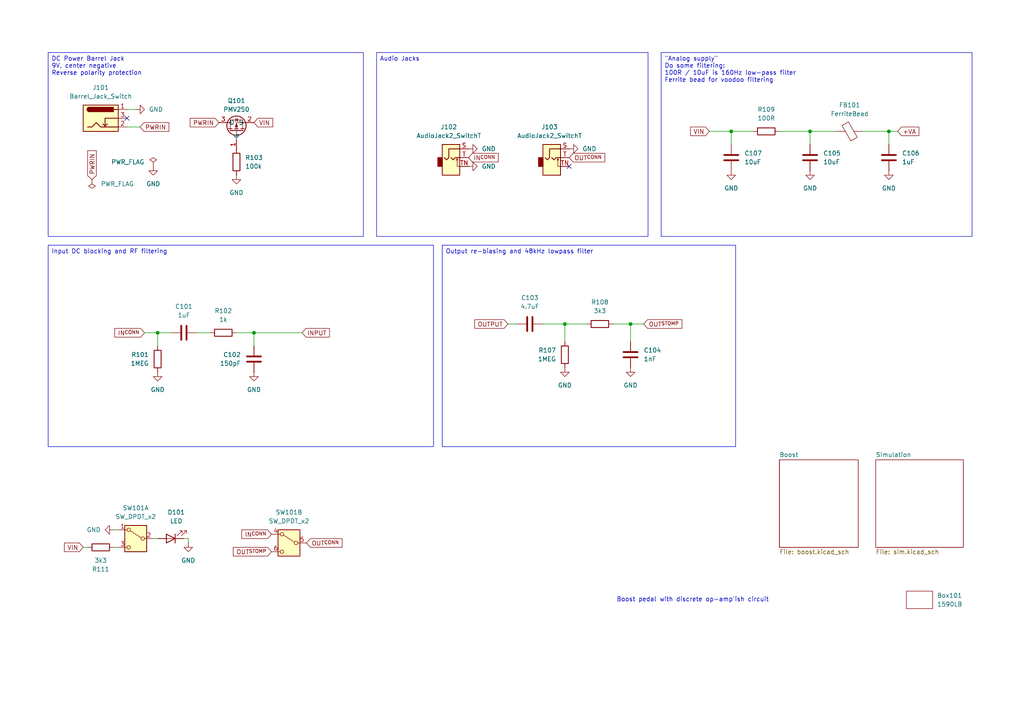
<source format=kicad_sch>
(kicad_sch (version 20250114) (generator "eeschema") (generator_version "9.0")
  (paper "A4")
  (title_block (title "Pedal Input board") (date "2025-08-18") (rev "v1.0"))
  (lib_symbols
    (symbol "Connector:Barrel_Jack_Switch" (pin_names (hide yes))
      (property "Reference" "J" (at 0 5.334 0))
      (property "Value" "Barrel_Jack_Switch" (at 0 -5.08 0))
      (symbol "Barrel_Jack_Switch_0_1"
        (rectangle (start -5.08 3.81) (end 5.08 -3.81) (stroke (width 0.254)) (fill (type background)))
        (polyline (pts (xy -3.81 -2.54) (xy -2.54 -2.54) (xy -1.27 -1.27) (xy 0 -2.54) (xy 2.54 -2.54) (xy 5.08 -2.54)) (stroke (width 0.254)))
        (arc (start -3.302 1.905) (mid -3.9343 2.54) (end -3.302 3.175) (stroke (width 0.254)))
        (arc (start -3.302 1.905) (mid -3.9343 2.54) (end -3.302 3.175) (stroke (width 0.254)) (fill (type outline)))
        (polyline (pts (xy 1.27 -2.286) (xy 1.905 -1.651)) (stroke (width 0.254)))
        (rectangle (start 3.683 3.175) (end -3.302 1.905) (stroke (width 0.254)) (fill (type outline)))
        (polyline (pts (xy 5.08 2.54) (xy 3.81 2.54)) (stroke (width 0.254)))
        (polyline (pts (xy 5.08 0) (xy 1.27 0) (xy 1.27 -2.286) (xy 0.635 -1.651)) (stroke (width 0.254)))
      )
      (symbol "Barrel_Jack_Switch_1_1"
        (pin passive line (at 7.62 2.54 180) (length 2.54) (name "~") (number "1"))
        (pin passive line (at 7.62 0 180) (length 2.54) (name "~") (number "3"))
        (pin passive line (at 7.62 -2.54 180) (length 2.54) (name "~") (number "2"))
      )
    )
    (symbol "Connector_Audio:AudioJack2_SwitchT"
      (property "Reference" "J" (at 0 8.89 0))
      (property "Value" "AudioJack2_SwitchT" (at 0 6.35 0))
      (symbol "AudioJack2_SwitchT_0_1"
        (rectangle (start -2.54 0) (end -3.81 -2.54) (stroke (width 0.254)) (fill (type outline)))
        (polyline (pts (xy 0 0) (xy 0.635 -0.635) (xy 1.27 0) (xy 2.54 0)) (stroke (width 0.254)))
        (polyline (pts (xy 1.778 -0.254) (xy 2.032 -0.762)))
        (rectangle (start 2.54 3.81) (end -2.54 -5.08) (stroke (width 0.254)) (fill (type background)))
        (polyline (pts (xy 2.54 2.54) (xy -0.635 2.54) (xy -0.635 0) (xy -1.27 -0.635) (xy -1.905 0)) (stroke (width 0.254)))
        (polyline (pts (xy 2.54 -2.54) (xy 1.778 -2.54) (xy 1.778 -0.254) (xy 1.524 -0.762)))
      )
      (symbol "AudioJack2_SwitchT_1_1"
        (pin passive line (at 5.08 2.54 180) (length 2.54) (name "~") (number "S"))
        (pin passive line (at 5.08 0 180) (length 2.54) (name "~") (number "T"))
        (pin passive line (at 5.08 -2.54 180) (length 2.54) (name "~") (number "TN"))
      )
    )
    (symbol "Device:C" (pin_numbers (hide yes)) (pin_names (offset 0.254))
      (property "Reference" "C" (at 0.635 2.54 0))
      (property "Value" "C" (at 0.635 -2.54 0))
      (symbol "C_0_1"
        (polyline (pts (xy -2.032 0.762) (xy 2.032 0.762)) (stroke (width 0.508)))
        (polyline (pts (xy -2.032 -0.762) (xy 2.032 -0.762)) (stroke (width 0.508)))
      )
      (symbol "C_1_1"
        (pin passive line (at 0 3.81 270) (length 2.794) (name "~") (number "1"))
        (pin passive line (at 0 -3.81 90) (length 2.794) (name "~") (number "2"))
      )
    )
    (symbol "Device:FerriteBead" (pin_numbers (hide yes)) (pin_names (offset 0))
      (property "Reference" "FB" (at -3.81 0.635 90))
      (property "Value" "FerriteBead" (at 3.81 0 90))
      (symbol "FerriteBead_0_1"
        (polyline (pts (xy -2.7686 0.4064) (xy -1.7018 2.2606) (xy 2.7686 -0.3048) (xy 1.6764 -2.159) (xy -2.7686 0.4064)))
        (polyline (pts (xy 0 1.27) (xy 0 1.2954)))
        (polyline (pts (xy 0 -1.27) (xy 0 -1.2192)))
      )
      (symbol "FerriteBead_1_1"
        (pin passive line (at 0 3.81 270) (length 2.54) (name "~") (number "1"))
        (pin passive line (at 0 -3.81 90) (length 2.54) (name "~") (number "2"))
      )
    )
    (symbol "Device:LED" (pin_numbers (hide yes)) (pin_names (offset 1.016) (hide yes))
      (property "Reference" "D" (at 0 2.54 0))
      (property "Value" "LED" (at 0 -2.54 0))
      (symbol "LED_0_1"
        (polyline (pts (xy -3.048 -0.762) (xy -4.572 -2.286) (xy -3.81 -2.286) (xy -4.572 -2.286) (xy -4.572 -1.524)))
        (polyline (pts (xy -1.778 -0.762) (xy -3.302 -2.286) (xy -2.54 -2.286) (xy -3.302 -2.286) (xy -3.302 -1.524)))
        (polyline (pts (xy -1.27 0) (xy 1.27 0)))
        (polyline (pts (xy -1.27 -1.27) (xy -1.27 1.27)) (stroke (width 0.254)))
        (polyline (pts (xy 1.27 -1.27) (xy 1.27 1.27) (xy -1.27 0) (xy 1.27 -1.27)) (stroke (width 0.254)))
      )
      (symbol "LED_1_1"
        (pin passive line (at -3.81 0 0) (length 2.54) (name "K") (number "1"))
        (pin passive line (at 3.81 0 180) (length 2.54) (name "A") (number "2"))
      )
    )
    (symbol "Device:R" (pin_numbers (hide yes)) (pin_names (offset 0))
      (property "Reference" "R" (at 2.032 0 90))
      (property "Value" "R" (at 0 0 90))
      (symbol "R_0_1"
        (rectangle (start -1.016 -2.54) (end 1.016 2.54) (stroke (width 0.254)))
      )
      (symbol "R_1_1"
        (pin passive line (at 0 3.81 270) (length 1.27) (name "~") (number "1"))
        (pin passive line (at 0 -3.81 90) (length 1.27) (name "~") (number "2"))
      )
    )
    (symbol "Mylib:Enclosure_1590LB" (exclude_from_sim yes)
      (property "Reference" "Box" (at 0 0 0))
      (property "Value" "1590LB" (at 0 -2.54 0))
      (symbol "Enclosure_1590LB_0_1"
        (rectangle (start -3.81 1.27) (end 3.81 -3.81))
      )
    )
    (symbol "Mylib:PMV250EPEAR"
      (property "Reference" "Q" (at 0 4.572 0))
      (property "Value" "PMV250" (at 0 6.604 0))
      (symbol "PMV250EPEAR_0_1"
        (polyline (pts (xy -2.54 0) (xy -1.778 0)))
        (polyline (pts (xy -2.286 -1.778) (xy -1.27 -1.778)) (stroke (width 0.254)))
        (polyline (pts (xy -1.905 -2.286) (xy 1.905 -2.286)) (stroke (width 0.254)))
        (circle (center -1.778 0) (radius 0.254) (fill (type outline)))
        (polyline (pts (xy -1.778 -1.778) (xy -1.778 0.762) (xy 1.778 0.762) (xy 1.778 -1.778)))
        (polyline (pts (xy -0.508 -1.778) (xy 0.508 -1.778)) (stroke (width 0.254)))
        (polyline (pts (xy 0 -0.254) (xy -0.381 -1.27) (xy 0.381 -1.27) (xy 0 -0.254)) (fill (type outline)))
        (circle (center 0 -0.889) (radius 2.794) (stroke (width 0.254)))
        (polyline (pts (xy 0 -2.286) (xy 0 -5.08)))
        (polyline (pts (xy 0.381 0.762) (xy -0.254 0.381) (xy -0.254 1.143) (xy 0.381 0.762)))
        (polyline (pts (xy 0.508 0.254) (xy 0.381 0.381) (xy 0.381 1.143) (xy 0.254 1.27)))
        (polyline (pts (xy 1.27 -1.778) (xy 2.286 -1.778)) (stroke (width 0.254)))
        (circle (center 1.778 0) (radius 0.254) (fill (type outline)))
        (polyline (pts (xy 2.54 0) (xy 0 0) (xy 0 -1.778)))
      )
      (symbol "PMV250EPEAR_1_1"
        (pin passive line (at -5.08 0 0) (length 2.54) (name "D") (number "3"))
        (pin input line (at 0 -7.62 90) (length 2.54) (name "G") (number "1"))
        (pin passive line (at 5.08 0 180) (length 2.54) (name "S") (number "2"))
      )
    )
    (symbol "Switch:SW_DPDT_x2" (pin_names (offset 0) (hide yes))
      (property "Reference" "SW" (at 0 5.08 0))
      (property "Value" "SW_DPDT_x2" (at 0 -5.08 0))
      (symbol "SW_DPDT_x2_0_0"
        (circle (center -2.032 0) (radius 0.508))
        (circle (center 2.032 -2.54) (radius 0.508))
      )
      (symbol "SW_DPDT_x2_0_1"
        (rectangle (start -3.175 3.81) (end 3.175 -3.81) (stroke (width 0.254)) (fill (type background)))
        (polyline (pts (xy -1.524 0.254) (xy 1.5748 2.286)))
        (circle (center 2.032 2.54) (radius 0.508))
      )
      (symbol "SW_DPDT_x2_1_1"
        (pin passive line (at -5.08 0 0) (length 2.54) (name "B") (number "2"))
        (pin passive line (at 5.08 2.54 180) (length 2.54) (name "A") (number "1"))
        (pin passive line (at 5.08 -2.54 180) (length 2.54) (name "C") (number "3"))
      )
      (symbol "SW_DPDT_x2_2_1"
        (pin passive line (at -5.08 0 0) (length 2.54) (name "B") (number "5"))
        (pin passive line (at 5.08 2.54 180) (length 2.54) (name "A") (number "4"))
        (pin passive line (at 5.08 -2.54 180) (length 2.54) (name "C") (number "6"))
      )
    )
    (symbol "power:GND" (power) (pin_numbers (hide yes)) (pin_names (offset 0) (hide yes))
      (property "Value" "GND" (at 0 -3.81 0))
      (symbol "GND_0_1"
        (polyline (pts (xy 0 0) (xy 0 -1.27) (xy 1.27 -1.27) (xy 0 -2.54) (xy -1.27 -1.27) (xy 0 -1.27)))
      )
      (symbol "GND_1_1"
        (pin power_in line (at 0 0 270) (length 0) (name "~") (number "1"))
      )
    )
    (symbol "power:PWR_FLAG" (power) (pin_numbers (hide yes)) (pin_names (offset 0) (hide yes))
      (property "Value" "PWR_FLAG" (at 0 3.81 0))
      (symbol "PWR_FLAG_0_0"
        (pin power_out line (at 0 0 90) (length 0) (name "~") (number "1"))
      )
      (symbol "PWR_FLAG_0_1"
        (polyline (pts (xy 0 0) (xy 0 1.27) (xy -1.016 1.905) (xy 0 2.54) (xy 1.016 1.905) (xy 0 1.27)))
      )
    )
  )
  (text "Boost pedal with discrete op-amp'ish circuit" (at 178.816 173.99 0) (effects (font (size 1.27 1.27)) (justify left)))
  (text_box "Input DC blocking and RF filtering" (at 13.97 71.12 0) (size 111.76 58.42) (margins 0.9525 0.9525 0.9525 0.9525) (effects (font (size 1.27 1.27)) (justify left top)))
  (text_box "DC Power Barrel Jack\n9V, center negative\nReverse polarity protection\n" (at 13.97 15.24 0) (size 91.44 53.34) (margins 0.9525 0.9525 0.9525 0.9525) (effects (font (size 1.27 1.27)) (justify left top)))
  (text_box "Audio Jacks" (at 109.22 15.24 0) (size 78.74 53.34) (margins 0.9525 0.9525 0.9525 0.9525) (effects (font (size 1.27 1.27)) (justify left top)))
  (text_box "\"Analog supply\"\nDo some filtering:\n100R / 10uF is 160Hz low-pass filter\nFerrite bead for voodoo filtering" (at 191.77 15.24 0) (size 90.17 53.34) (margins 0.9525 0.9525 0.9525 0.9525) (effects (font (size 1.27 1.27)) (justify left top)))
  (text_box "Output re-biasing and 48kHz lowpass filter" (at 128.27 71.12 0) (size 85.09 58.42) (margins 0.9525 0.9525 0.9525 0.9525) (effects (font (size 1.27 1.27)) (justify left top)))
  (junction (at 73.66 96.52))
  (junction (at 257.81 38.1))
  (junction (at 45.72 96.52))
  (junction (at 234.95 38.1))
  (junction (at 163.83 93.98))
  (junction (at 182.88 93.98))
  (junction (at 212.09 38.1))
  (no_connect (at 36.83 34.29))
  (no_connect (at 165.1 48.26))
  (wire (pts (xy 54.61 156.21) (xy 53.34 156.21)))
  (wire (pts (xy 57.15 96.52) (xy 60.96 96.52)))
  (wire (pts (xy 157.48 93.98) (xy 163.83 93.98)))
  (wire (pts (xy 226.06 38.1) (xy 234.95 38.1)))
  (wire (pts (xy 45.72 156.21) (xy 44.45 156.21)))
  (wire (pts (xy 68.58 96.52) (xy 73.66 96.52)))
  (wire (pts (xy 212.09 38.1) (xy 218.44 38.1)))
  (wire (pts (xy 36.83 31.75) (xy 39.37 31.75)))
  (wire (pts (xy 163.83 93.98) (xy 170.18 93.98)))
  (wire (pts (xy 147.32 93.98) (xy 149.86 93.98)))
  (wire (pts (xy 33.02 158.75) (xy 34.29 158.75)))
  (wire (pts (xy 234.95 38.1) (xy 234.95 41.91)))
  (wire (pts (xy 205.74 38.1) (xy 212.09 38.1)))
  (wire (pts (xy 212.09 38.1) (xy 212.09 41.91)))
  (wire (pts (xy 250.19 38.1) (xy 257.81 38.1)))
  (wire (pts (xy 182.88 93.98) (xy 182.88 99.06)))
  (wire (pts (xy 182.88 93.98) (xy 186.69 93.98)))
  (wire (pts (xy 73.66 96.52) (xy 87.63 96.52)))
  (wire (pts (xy 41.91 96.52) (xy 45.72 96.52)))
  (wire (pts (xy 257.81 38.1) (xy 257.81 41.91)))
  (wire (pts (xy 177.8 93.98) (xy 182.88 93.98)))
  (wire (pts (xy 54.61 156.21) (xy 54.61 157.48)))
  (wire (pts (xy 33.02 153.67) (xy 34.29 153.67)))
  (wire (pts (xy 36.83 36.83) (xy 40.64 36.83)))
  (wire (pts (xy 234.95 38.1) (xy 242.57 38.1)))
  (wire (pts (xy 73.66 96.52) (xy 73.66 100.33)))
  (wire (pts (xy 45.72 96.52) (xy 49.53 96.52)))
  (wire (pts (xy 45.72 96.52) (xy 45.72 100.33)))
  (wire (pts (xy 257.81 38.1) (xy 260.35 38.1)))
  (wire (pts (xy 24.13 158.75) (xy 25.4 158.75)))
  (wire (pts (xy 163.83 93.98) (xy 163.83 99.06)))
  (global_label "OUT^{CONN}" (shape input) (at 165.1 45.72 0) (property "Intersheetrefs" "${INTERSHEET_REFS}" (effects (hide yes))))
  (global_label "PWRIN" (shape input) (at 40.64 36.83 0) (property "Intersheetrefs" "${INTERSHEET_REFS}" (effects (hide yes))))
  (global_label "OUT^{STOMP}" (shape input) (at 186.69 93.98 0) (property "Intersheetrefs" "${INTERSHEET_REFS}" (effects (hide yes))))
  (global_label "OUT^{CONN}" (shape input) (at 88.9 157.48 0) (property "Intersheetrefs" "${INTERSHEET_REFS}" (effects (hide yes))))
  (global_label "VIN" (shape input) (at 73.66 35.56 0) (property "Intersheetrefs" "${INTERSHEET_REFS}" (effects (hide yes))))
  (global_label "OUT^{STOMP}" (shape input) (at 78.74 160.02 180) (property "Intersheetrefs" "${INTERSHEET_REFS}" (effects (hide yes))))
  (global_label "VIN" (shape input) (at 24.13 158.75 180) (property "Intersheetrefs" "${INTERSHEET_REFS}" (effects (hide yes))))
  (global_label "PWRIN" (shape input) (at 26.67 52.07 90) (property "Intersheetrefs" "${INTERSHEET_REFS}" (effects (hide yes))))
  (global_label "INPUT" (shape input) (at 87.63 96.52 0) (property "Intersheetrefs" "${INTERSHEET_REFS}" (effects (hide yes))))
  (global_label "IN^{CONN}" (shape input) (at 41.91 96.52 180) (property "Intersheetrefs" "${INTERSHEET_REFS}" (effects (hide yes))))
  (global_label "IN^{CONN}" (shape input) (at 78.74 154.94 180) (property "Intersheetrefs" "${INTERSHEET_REFS}" (effects (hide yes))))
  (global_label "PWRIN" (shape input) (at 63.5 35.56 180) (property "Intersheetrefs" "${INTERSHEET_REFS}" (effects (hide yes))))
  (global_label "OUTPUT" (shape input) (at 147.32 93.98 180) (property "Intersheetrefs" "${INTERSHEET_REFS}" (effects (hide yes))))
  (global_label "IN^{CONN}" (shape input) (at 135.89 45.72 0) (property "Intersheetrefs" "${INTERSHEET_REFS}" (effects (hide yes))))
  (global_label "VIN" (shape input) (at 205.74 38.1 180) (property "Intersheetrefs" "${INTERSHEET_REFS}" (effects (hide yes))))
  (global_label "+VA" (shape input) (at 260.35 38.1 0) (property "Intersheetrefs" "${INTERSHEET_REFS}" (effects (hide yes))))
  (symbol (lib_id "Device:C") (at 53.34 96.52 90) (unit 1)
    (property "Reference" "C101" (at 53.34 88.9 90))
    (property "Value" "1uF" (at 53.34 91.44 90))
    (property "Footprint" "Capacitor_SMD:C_1206_3216Metric" (effects (hide yes)))
    (property "Description" "Unpolarized capacitor" (effects (hide yes)))
  )
  (symbol (lib_id "power:GND") (at 212.09 49.53 0) (unit 1)
    (property "Reference" "#PWR0115" (effects (hide yes)))
    (property "Value" "GND" (at 212.09 54.61 0))
    (property "Description" "Power symbol creates a global label with name \"GND\" , ground" (effects (hide yes)))
  )
  (symbol (lib_id "Mylib:Enclosure_1590LB") (at 266.7 172.72 0) (unit 1) (exclude_from_sim yes)
    (property "Reference" "Box101" (at 271.78 172.7199 0) (effects (justify left)))
    (property "Value" "1590LB" (at 271.78 175.2599 0) (effects (justify left)))
    (property "Footprint" "Mylib:1590LB" (effects (hide yes)))
    (property "Datasheet" "https://www.hammfg.com/pdf/1590LB.pdf" (effects (hide yes)))
    (property "Description" "Guitar pedal enclosure" (effects (hide yes)))
  )
  (symbol (lib_id "Device:R") (at 29.21 158.75 90) (mirror x) (unit 1)
    (property "Reference" "R111" (at 29.21 165.1 90))
    (property "Value" "3k3" (at 29.21 162.56 90))
    (property "Footprint" "Resistor_SMD:R_0805_2012Metric" (effects (hide yes)))
    (property "Description" "Resistor" (effects (hide yes)))
  )
  (symbol (lib_id "Device:C") (at 182.88 102.87 180) (unit 1)
    (property "Reference" "C104" (at 186.69 101.5999 0) (effects (justify right)))
    (property "Value" "1nF" (at 186.69 104.1399 0) (effects (justify right)))
    (property "Footprint" "Capacitor_SMD:C_1206_3216Metric" (effects (hide yes)))
    (property "Description" "Unpolarized capacitor" (effects (hide yes)))
  )
  (symbol (lib_id "power:GND") (at 257.81 49.53 0) (unit 1)
    (property "Reference" "#PWR0114" (effects (hide yes)))
    (property "Value" "GND" (at 257.81 54.61 0))
    (property "Description" "Power symbol creates a global label with name \"GND\" , ground" (effects (hide yes)))
  )
  (symbol (lib_id "Device:R") (at 64.77 96.52 90) (unit 1)
    (property "Reference" "R102" (at 64.77 90.17 90))
    (property "Value" "1k" (at 64.77 92.71 90))
    (property "Footprint" "Resistor_SMD:R_0805_2012Metric" (effects (hide yes)))
    (property "Description" "Resistor" (effects (hide yes)))
  )
  (symbol (lib_id "power:GND") (at 45.72 107.95 0) (unit 1)
    (property "Reference" "#PWR0101" (effects (hide yes)))
    (property "Value" "GND" (at 45.72 113.03 0))
    (property "Description" "Power symbol creates a global label with name \"GND\" , ground" (effects (hide yes)))
  )
  (symbol (lib_id "power:GND") (at 182.88 106.68 0) (unit 1)
    (property "Reference" "#PWR0112" (effects (hide yes)))
    (property "Value" "GND" (at 182.88 111.76 0))
    (property "Description" "Power symbol creates a global label with name \"GND\" , ground" (effects (hide yes)))
  )
  (symbol (lib_id "Device:C") (at 73.66 104.14 0) (mirror y) (unit 1)
    (property "Reference" "C102" (at 69.85 102.8699 0) (effects (justify left)))
    (property "Value" "150pF" (at 69.85 105.4099 0) (effects (justify left)))
    (property "Footprint" "Capacitor_SMD:C_0805_2012Metric" (effects (hide yes)))
    (property "Description" "Unpolarized capacitor" (effects (hide yes)))
  )
  (symbol (lib_id "power:GND") (at 33.02 153.67 270) (unit 1)
    (property "Reference" "#PWR0116" (effects (hide yes)))
    (property "Value" "GND" (at 29.21 153.6699 90) (effects (justify right)))
    (property "Description" "Power symbol creates a global label with name \"GND\" , ground" (effects (hide yes)))
  )
  (symbol (lib_id "Connector:Barrel_Jack_Switch") (at 29.21 34.29 0) (unit 1) (exclude_from_sim yes)
    (property "Reference" "J101" (at 29.21 25.4 0))
    (property "Value" "Barrel_Jack_Switch" (at 29.21 27.94 0))
    (property "Footprint" "Mylib:Wurth WR-DC 2.1mm Power Jack" (effects (hide yes)))
    (property "Description" "DC Barrel Jack with an internal switch" (effects (hide yes)))
  )
  (symbol (lib_id "power:GND") (at 163.83 106.68 0) (unit 1)
    (property "Reference" "#PWR0111" (effects (hide yes)))
    (property "Value" "GND" (at 163.83 111.76 0))
    (property "Description" "Power symbol creates a global label with name \"GND\" , ground" (effects (hide yes)))
  )
  (symbol (lib_id "power:GND") (at 54.61 157.48 0) (unit 1)
    (property "Reference" "#PWR0108" (effects (hide yes)))
    (property "Value" "GND" (at 54.61 162.56 0))
    (property "Description" "Power symbol creates a global label with name \"GND\" , ground" (effects (hide yes)))
  )
  (symbol (lib_id "power:PWR_FLAG") (at 26.67 52.07 180) (unit 1)
    (property "Reference" "#FLG0101" (effects (hide yes)))
    (property "Value" "PWR_FLAG" (at 29.21 53.3399 0) (effects (justify right)))
    (property "Description" "Special symbol for telling ERC where power comes from" (effects (hide yes)))
  )
  (symbol (lib_id "power:GND") (at 165.1 43.18 90) (unit 1)
    (property "Reference" "#PWR0110" (effects (hide yes)))
    (property "Value" "GND" (at 168.91 43.1799 90) (effects (justify right)))
    (property "Description" "Power symbol creates a global label with name \"GND\" , ground" (effects (hide yes)))
  )
  (symbol (lib_id "Device:R") (at 163.83 102.87 0) (mirror y) (unit 1)
    (property "Reference" "R107" (at 161.29 101.5999 0) (effects (justify left)))
    (property "Value" "1MEG" (at 161.29 104.14 0) (effects (justify left)))
    (property "Footprint" "Resistor_SMD:R_0805_2012Metric" (effects (hide yes)))
    (property "Description" "Resistor" (effects (hide yes)))
  )
  (symbol (lib_id "Device:C") (at 212.09 45.72 180) (unit 1)
    (property "Reference" "C107" (at 215.9 44.4499 0) (effects (justify right)))
    (property "Value" "10uF" (at 215.9 46.9899 0) (effects (justify right)))
    (property "Footprint" "Capacitor_SMD:C_1206_3216Metric" (effects (hide yes)))
    (property "Description" "Unpolarized capacitor" (effects (hide yes)))
  )
  (symbol (lib_id "power:GND") (at 39.37 31.75 90) (unit 1)
    (property "Reference" "#PWR0102" (effects (hide yes)))
    (property "Value" "GND" (at 43.18 31.7499 90) (effects (justify right)))
    (property "Description" "Power symbol creates a global label with name \"GND\" , ground" (effects (hide yes)))
  )
  (symbol (lib_id "power:GND") (at 135.89 48.26 90) (unit 1)
    (property "Reference" "#PWR0109" (effects (hide yes)))
    (property "Value" "GND" (at 139.7 48.2599 90) (effects (justify right)))
    (property "Description" "Power symbol creates a global label with name \"GND\" , ground" (effects (hide yes)))
  )
  (symbol (lib_id "Device:R") (at 173.99 93.98 90) (unit 1)
    (property "Reference" "R108" (at 173.99 87.63 90))
    (property "Value" "3k3" (at 173.99 90.17 90))
    (property "Footprint" "Resistor_SMD:R_0805_2012Metric" (effects (hide yes)))
    (property "Description" "Resistor" (effects (hide yes)))
  )
  (symbol (lib_id "power:GND") (at 68.58 50.8 0) (unit 1)
    (property "Reference" "#PWR0105" (effects (hide yes)))
    (property "Value" "GND" (at 68.58 55.88 0))
    (property "Description" "Power symbol creates a global label with name \"GND\" , ground" (effects (hide yes)))
  )
  (symbol (lib_id "Device:LED") (at 49.53 156.21 180) (unit 1)
    (property "Reference" "D101" (at 51.1175 148.59 0))
    (property "Value" "LED" (at 51.1175 151.13 0))
    (property "Footprint" "LED_THT:LED_D5.0mm" (effects (hide yes)))
    (property "Description" "Light emitting diode" (effects (hide yes)))
    (property "Sim.Pins" "1=K 2=A" (effects (hide yes)))
    (property "Sim.Device" "D" (effects (hide yes)))
    (property "Sim.Params" "n=2.6" (effects (hide yes)))
  )
  (symbol (lib_id "Connector_Audio:AudioJack2_SwitchT") (at 130.81 45.72 0) (unit 1) (exclude_from_sim yes)
    (property "Reference" "J102" (at 130.175 36.83 0))
    (property "Value" "AudioJack2_SwitchT" (at 130.175 39.37 0))
    (property "Footprint" "Mylib:CK-6.35-no-NPTH" (effects (hide yes)))
    (property "Description" "Audio Jack, 2 Poles (Mono / TS), Switched T Pole (Normalling)" (effects (hide yes)))
  )
  (symbol (lib_id "power:GND") (at 44.45 48.26 0) (unit 1)
    (property "Reference" "#PWR0103" (effects (hide yes)))
    (property "Value" "GND" (at 44.45 53.34 0))
    (property "Description" "Power symbol creates a global label with name \"GND\" , ground" (effects (hide yes)))
  )
  (symbol (lib_id "Device:R") (at 222.25 38.1 90) (unit 1)
    (property "Reference" "R109" (at 222.25 31.75 90))
    (property "Value" "100R" (at 222.25 34.29 90))
    (property "Footprint" "Resistor_SMD:R_0805_2012Metric" (effects (hide yes)))
    (property "Description" "Resistor" (effects (hide yes)))
  )
  (symbol (lib_id "Device:R") (at 68.58 46.99 0) (unit 1)
    (property "Reference" "R103" (at 71.12 45.7199 0) (effects (justify left)))
    (property "Value" "100k" (at 71.12 48.2599 0) (effects (justify left)))
    (property "Footprint" "Resistor_SMD:R_0805_2012Metric" (effects (hide yes)))
    (property "Description" "Resistor" (effects (hide yes)))
  )
  (symbol (lib_id "Device:C") (at 257.81 45.72 180) (unit 1)
    (property "Reference" "C106" (at 261.62 44.4499 0) (effects (justify right)))
    (property "Value" "1uF" (at 261.62 46.9899 0) (effects (justify right)))
    (property "Footprint" "Capacitor_SMD:C_1206_3216Metric" (effects (hide yes)))
    (property "Description" "Unpolarized capacitor" (effects (hide yes)))
  )
  (symbol (lib_id "Switch:SW_DPDT_x2") (at 39.37 156.21 0) (mirror y) (unit 1) (exclude_from_sim yes)
    (property "Reference" "SW101" (at 39.37 147.32 0))
    (property "Value" "SW_DPDT_x2" (at 39.37 149.86 0))
    (property "Footprint" "Mylib:FS5700DPMT2B2M2QE" (effects (hide yes)))
    (property "Description" "Switch, dual pole double throw, separate symbols" (effects (hide yes)))
  )
  (symbol (lib_id "power:GND") (at 73.66 107.95 0) (unit 1)
    (property "Reference" "#PWR0104" (effects (hide yes)))
    (property "Value" "GND" (at 73.66 113.03 0))
    (property "Description" "Power symbol creates a global label with name \"GND\" , ground" (effects (hide yes)))
  )
  (symbol (lib_id "Connector_Audio:AudioJack2_SwitchT") (at 160.02 45.72 0) (unit 1) (exclude_from_sim yes)
    (property "Reference" "J103" (at 159.385 36.83 0))
    (property "Value" "AudioJack2_SwitchT" (at 159.385 39.37 0))
    (property "Footprint" "Mylib:CK-6.35-no-NPTH" (effects (hide yes)))
    (property "Description" "Audio Jack, 2 Poles (Mono / TS), Switched T Pole (Normalling)" (effects (hide yes)))
  )
  (symbol (lib_id "Device:FerriteBead") (at 246.38 38.1 270) (mirror x) (unit 1)
    (property "Reference" "FB101" (at 246.4308 30.48 90))
    (property "Value" "FerriteBead" (at 246.4308 33.02 90))
    (property "Footprint" "Inductor_SMD:L_1206_3216Metric" (effects (hide yes)))
    (property "Description" "Ferrite bead" (effects (hide yes)))
    (property "Sim.Library" "spice/BLM21PG331SZ1.mod" (effects (hide yes)))
    (property "Sim.Name" "BLM21PG331SZ1" (effects (hide yes)))
    (property "Sim.Device" "SUBCKT" (effects (hide yes)))
    (property "Sim.Pins" "1=port1 2=port2" (effects (hide yes)))
  )
  (symbol (lib_id "power:PWR_FLAG") (at 44.45 48.26 0) (mirror y) (unit 1)
    (property "Reference" "#FLG0102" (effects (hide yes)))
    (property "Value" "PWR_FLAG" (at 41.91 46.9899 0) (effects (justify left)))
    (property "Description" "Special symbol for telling ERC where power comes from" (effects (hide yes)))
  )
  (symbol (lib_id "Device:C") (at 153.67 93.98 90) (unit 1)
    (property "Reference" "C103" (at 153.67 86.36 90))
    (property "Value" "4.7uF" (at 153.67 88.9 90))
    (property "Footprint" "Capacitor_SMD:C_1206_3216Metric" (effects (hide yes)))
    (property "Description" "Unpolarized capacitor" (effects (hide yes)))
  )
  (symbol (lib_id "Switch:SW_DPDT_x2") (at 83.82 157.48 0) (mirror y) (unit 2) (exclude_from_sim yes)
    (property "Reference" "SW101" (at 83.82 148.59 0))
    (property "Value" "SW_DPDT_x2" (at 83.82 151.13 0))
    (property "Footprint" "Mylib:FS5700DPMT2B2M2QE" (effects (hide yes)))
    (property "Description" "Switch, dual pole double throw, separate symbols" (effects (hide yes)))
  )
  (symbol (lib_id "power:GND") (at 234.95 49.53 0) (unit 1)
    (property "Reference" "#PWR0113" (effects (hide yes)))
    (property "Value" "GND" (at 234.95 54.61 0))
    (property "Description" "Power symbol creates a global label with name \"GND\" , ground" (effects (hide yes)))
  )
  (symbol (lib_id "Device:C") (at 234.95 45.72 180) (unit 1)
    (property "Reference" "C105" (at 238.76 44.4499 0) (effects (justify right)))
    (property "Value" "10uF" (at 238.76 46.9899 0) (effects (justify right)))
    (property "Footprint" "Capacitor_SMD:C_1206_3216Metric" (effects (hide yes)))
    (property "Description" "Unpolarized capacitor" (effects (hide yes)))
  )
  (symbol (lib_id "Mylib:PMV250EPEAR") (at 68.58 35.56 0) (unit 1)
    (property "Reference" "Q101" (at 68.58 29.21 0))
    (property "Value" "PMV250" (at 68.58 31.75 0))
    (property "Footprint" "Package_TO_SOT_SMD:SOT-23-3" (effects (hide yes)))
    (property "Datasheet" "https://assets.nexperia.com/documents/data-sheet/PMV250EPEA.pdf" (effects (hide yes)))
    (property "Description" "P-channel enhancement mode FET" (effects (hide yes)))
    (property "Sim.Library" "spice/PMV250EPEA.lib" (effects (hide yes)))
    (property "Sim.Name" "PMV250" (effects (hide yes)))
    (property "Sim.Device" "SUBCKT" (effects (hide yes)))
    (property "Sim.Pins" "1=GATE 2=SOURCE 3=DRAIN" (effects (hide yes)))
  )
  (symbol (lib_id "power:GND") (at 135.89 43.18 90) (unit 1)
    (property "Reference" "#PWR0107" (effects (hide yes)))
    (property "Value" "GND" (at 139.7 43.1799 90) (effects (justify right)))
    (property "Description" "Power symbol creates a global label with name \"GND\" , ground" (effects (hide yes)))
  )
  (symbol (lib_id "Device:R") (at 45.72 104.14 0) (mirror y) (unit 1)
    (property "Reference" "R101" (at 43.18 102.8699 0) (effects (justify left)))
    (property "Value" "1MEG" (at 43.18 105.41 0) (effects (justify left)))
    (property "Footprint" "Resistor_SMD:R_0805_2012Metric" (effects (hide yes)))
    (property "Description" "Resistor" (effects (hide yes)))
  )
  (sheet (at 254 133.35) (size 25.4 25.4) (stroke (width 0.1524))
    (property "Sheetname" "Simulation" (at 254 132.6384 0) (effects (justify left bottom)))
    (property "Sheetfile" "sim.kicad_sch" (at 254 159.3346 0) (effects (justify left top)))
  )
  (sheet (at 226.06 133.35) (size 22.86 25.4) (stroke (width 0.1524))
    (property "Sheetname" "Boost" (at 226.06 132.6384 0) (effects (justify left bottom)))
    (property "Sheetfile" "boost.kicad_sch" (at 226.06 159.3346 0) (effects (justify left top)))
  )
)
</source>
